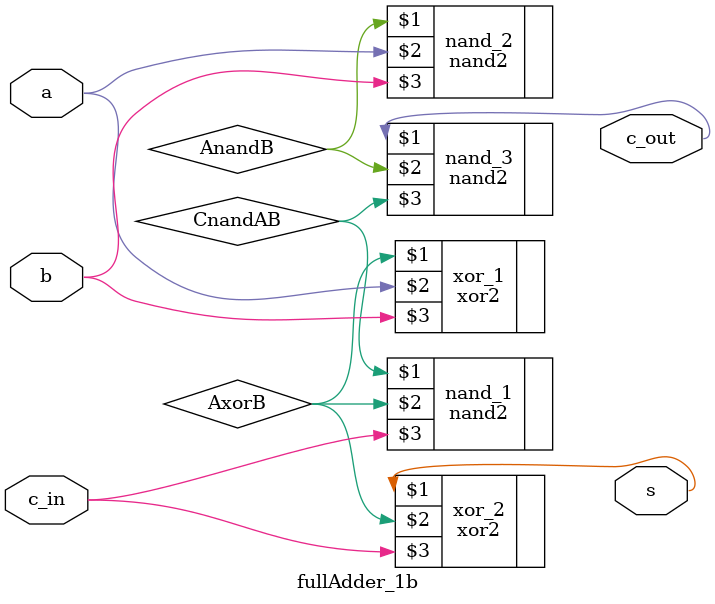
<source format=v>
/*
    CS/ECE 552 FALL '22
    Homework #2, Problem 1
    
    a 1-bit full adder
*/
module fullAdder_1b(s, c_out, a, b, c_in);
    output  s;
    output c_out;
	input   a, b;
    input  c_in;

    // YOUR CODE HERE
    xor2 xor_1(AxorB, a, b);
    xor2 xor_2(s, AxorB, c_in);
    nand2 nand_1(CnandAB, AxorB, c_in);
    nand2 nand_2(AnandB, a, b);
    nand2 nand_3(c_out, AnandB, CnandAB);
    

endmodule

</source>
